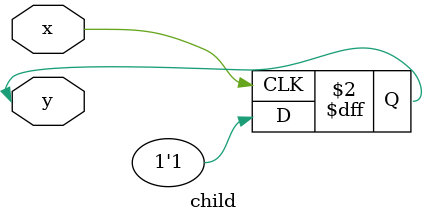
<source format=v>

module verilog_simple (
    inout a,
    inout b,
    inout c
);


    child mychild1_v (
        .x_v(a),
        .y_v(b)
    );
    child mychild2_v (
        .x_v(a),
        .y_v(c)
    );


endmodule


module child (
    inout x,
    inout y,
);
    // behavioral! netgen should blackbox this
    always @(posedge x) y <= 1;
endmodule
    

</source>
